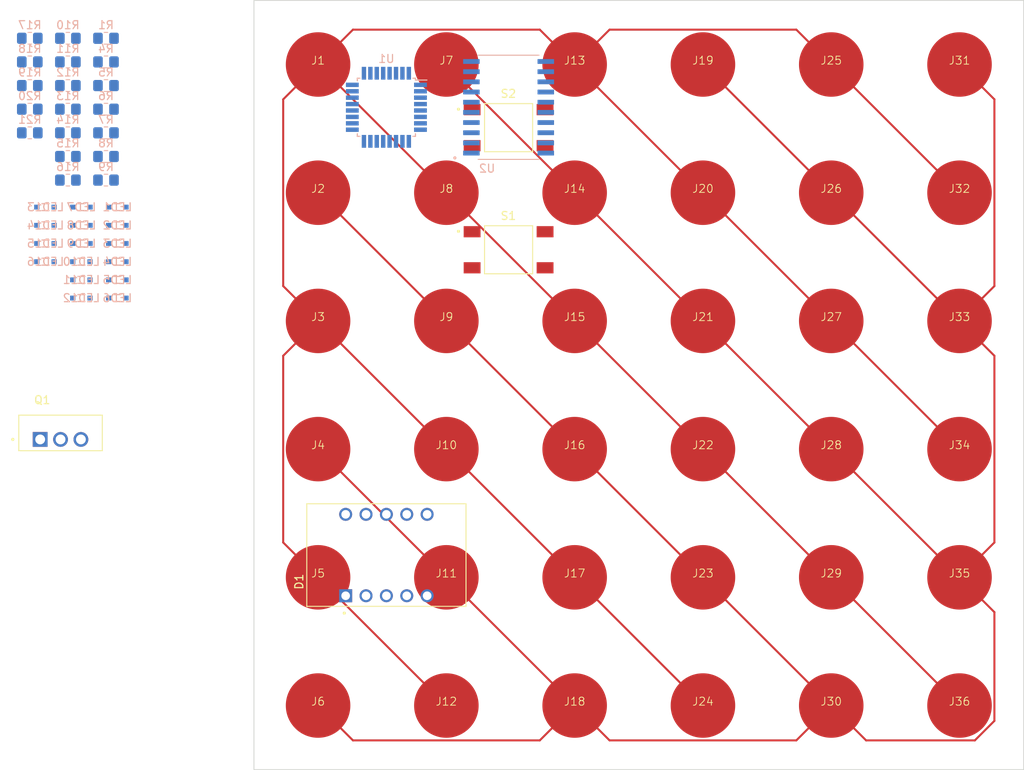
<source format=kicad_pcb>
(kicad_pcb (version 20221018) (generator pcbnew)
  (layers (0 "F.Cu" signal) (31 "B.Cu" signal) (34 "B.Paste" user) (35 "F.Paste" user) (36 "B.SilkS" user "B.Silkscreen") (37 "F.SilkS" user "F.Silkscreen") (38 "B.Mask" user) (39 "F.Mask" user) (44 "Edge.Cuts" user))
  (net 0 "")
  (net 1 "GND")
  (net 2 "VCC")
  (net 3 "+5V")
  (net 4 "RESET")
  (net 5 "CIRCUITBREAKRESET")
  (net 6 "DATA2")
  (net 7 "DATA7")
  (net 10 "DATA4")
  (net 11 "DIGIT1")
  (net 12 "DATA3")
  (net 13 "DATA5")
  (net 14 "DATA6")
  (net 15 "DATA1")
  (net 16 "DIGIT0")
  (net 17 "DATA0")
  (net 18 "Net-(LED1-Pad1)")
  (net 19 "OUTPUT0")
  (net 20 "Net-(LED2-Pad1)")
  (net 23 "CURRENTSENSE")
  (net 24 "OUTPUT1")
  (net 25 "Net-(LED3-Pad1)")
  (net 26 "OUTPUT2")
  (net 27 "MOSFET")
  (net 28 "Net-(LED4-Pad1)")
  (net 29 "OUTPUT3")
  (net 30 "Net-(LED5-Pad1)")
  (net 31 "OUTPUT4")
  (net 32 "Net-(LED6-Pad1)")
  (net 33 "OUTPUT5")
  (net 34 "Net-(LED7-Pad1)")
  (net 35 "OUTPUT6")
  (net 36 "Net-(LED8-Pad1)")
  (net 37 "OUTPUT7")
  (net 38 "Net-(LED9-Pad1)")
  (net 39 "INPUT0")
  (net 40 "Net-(LED10-Pad1)")
  (net 41 "INPUT1")
  (net 42 "Net-(LED11-Pad1)")
  (net 43 "INPUT2")
  (net 44 "Net-(LED12-Pad1)")
  (net 45 "INPUT3")
  (net 46 "Net-(LED13-Pad1)")
  (net 47 "INPUT4")
  (net 48 "Net-(LED14-Pad1)")
  (net 49 "INPUT5")
  (net 50 "Net-(LED15-Pad1)")
  (net 51 "INPUT6")
  (net 52 "Net-(LED16-Pad1)")
  (net 53 "INPUT7")
  (net 54 "DATACLK")
  (footprint "DigitalLogicFootprints:8mm-snap" (layer "F.Cu") (at 88 80)
    (fp_text reference "J3" (at 0 -0.5 unlocked) (layer "F.SilkS") (effects (font (thickness 0.1))))
    (fp_text value "~")
    (pad "1" smd circle locked (at 0 0) (size 8.05 8.05) (layers "F.Cu" "F.Paste" "F.Mask") (net 1 "GND"))
  )
  (footprint "DigitalLogicFootprints:8mm-snap" (layer "F.Cu") (at 168 80)
    (fp_text reference "J33" (at 0 -0.5 unlocked) (layer "F.SilkS") (effects (font (thickness 0.1))))
    (fp_text value "~")
    (pad "1" smd circle locked (at 0 0) (size 8.05 8.05) (layers "F.Cu" "F.Paste" "F.Mask") (net 2 "VCC"))
  )
  (footprint "DigitalLogicFootprints:8mm-snap" (layer "F.Cu") (at 120 48)
    (fp_text reference "J13" (at 0 -0.5 unlocked) (layer "F.SilkS") (effects (font (thickness 0.1))))
    (fp_text value "~")
    (pad "1" smd circle locked (at 0 0) (size 8.05 8.05) (layers "F.Cu" "F.Paste" "F.Mask") (net 1 "GND"))
  )
  (footprint "DigitalLogicFootprints:8mm-snap" (layer "F.Cu") (at 152 112)
    (fp_text reference "J29" (at 0 -0.5 unlocked) (layer "F.SilkS") (effects (font (thickness 0.1))))
    (fp_text value "~")
    (pad "1" smd circle locked (at 0 0) (size 8.05 8.05) (layers "F.Cu" "F.Paste" "F.Mask") (net 1 "GND"))
  )
  (footprint "DigitalLogicFootprints:TO254P1041X444X1930-3" (layer "F.Cu") (at 55.88 93.98)
    (fp_text reference "Q1" (at -2.2825 -4.1075) (layer "F.SilkS"))
    (fp_text value "NMOS")
    (pad "1" thru_hole rect (at -2.54 0.81) (size 1.845 1.845) (drill 1.23) (layers "*.Cu" "*.Mask") (net 3 "+5V"))
    (pad "2" thru_hole circle (at 0 0.81) (size 1.845 1.845) (drill 1.23) (layers "*.Cu" "*.Mask") (net 27 "MOSFET"))
    (pad "3" thru_hole circle (at 2.54 0.81) (size 1.845 1.845) (drill 1.23) (layers "*.Cu" "*.Mask") (net 2 "VCC"))
  )
  (footprint "DigitalLogicFootprints:8mm-snap" (layer "F.Cu") (at 152 80)
    (fp_text reference "J27" (at 0 -0.5 unlocked) (layer "F.SilkS") (effects (font (thickness 0.1))))
    (fp_text value "~")
    (pad "1" smd circle locked (at 0 0) (size 8.05 8.05) (layers "F.Cu" "F.Paste" "F.Mask") (net 1 "GND"))
  )
  (footprint "DigitalLogicFootprints:8mm-snap" (layer "F.Cu") (at 88 64)
    (fp_text reference "J2" (at 0 -0.5 unlocked) (layer "F.SilkS") (effects (font (thickness 0.1))))
    (fp_text value "~")
    (pad "1" smd circle locked (at 0 0) (size 8.05 8.05) (layers "F.Cu" "F.Paste" "F.Mask") (net 2 "VCC"))
  )
  (footprint "DigitalLogicFootprints:8mm-snap" (layer "F.Cu") (at 168 112)
    (fp_text reference "J35" (at 0 -0.5 unlocked) (layer "F.SilkS") (effects (font (thickness 0.1))))
    (fp_text value "~")
    (pad "1" smd circle locked (at 0 0) (size 8.05 8.05) (layers "F.Cu" "F.Paste" "F.Mask") (net 2 "VCC"))
  )
  (footprint "DigitalLogicFootprints:SW_1571527-2" (layer "F.Cu") (at 111.76 55.88)
    (fp_text reference "S2" (at -0.025 -4.235) (layer "F.SilkS"))
    (fp_text value "1571527-2")
    (pad "1" smd rect (at -4.55 -2.25) (size 2.1 1.4) (layers "F.Cu" "F.Paste" "F.Mask") (net 3 "+5V"))
    (pad "2" smd rect (at 4.55 -2.25) (size 2.1 1.4) (layers "F.Cu" "F.Paste" "F.Mask"))
    (pad "3" smd rect (at -4.55 2.25) (size 2.1 1.4) (layers "F.Cu" "F.Paste" "F.Mask") (net 5 "CIRCUITBREAKRESET"))
    (pad "4" smd rect (at 4.55 2.25) (size 2.1 1.4) (layers "F.Cu" "F.Paste" "F.Mask"))
  )
  (footprint "DigitalLogicFootprints:8mm-snap" (layer "F.Cu") (at 120 128)
    (fp_text reference "J18" (at 0 -0.5 unlocked) (layer "F.SilkS") (effects (font (thickness 0.1))))
    (fp_text value "~")
    (pad "1" smd circle locked (at 0 0) (size 8.05 8.05) (layers "F.Cu" "F.Paste" "F.Mask") (net 2 "VCC"))
  )
  (footprint "DigitalLogicFootprints:8mm-snap" (layer "F.Cu") (at 88 128)
    (fp_text reference "J6" (at 0 -0.5 unlocked) (layer "F.SilkS") (effects (font (thickness 0.1))))
    (fp_text value "~")
    (pad "1" smd circle locked (at 0 0) (size 8.05 8.05) (layers "F.Cu" "F.Paste" "F.Mask") (net 2 "VCC"))
  )
  (footprint "DigitalLogicFootprints:8mm-snap" (layer "F.Cu") (at 152 128)
    (fp_text reference "J30" (at 0 -0.5 unlocked) (layer "F.SilkS") (effects (font (thickness 0.1))))
    (fp_text value "~")
    (pad "1" smd circle locked (at 0 0) (size 8.05 8.05) (layers "F.Cu" "F.Paste" "F.Mask") (net 2 "VCC"))
  )
  (footprint "DigitalLogicFootprints:8mm-snap" (layer "F.Cu") (at 168 64)
    (fp_text reference "J32" (at 0 -0.5 unlocked) (layer "F.SilkS") (effects (font (thickness 0.1))))
    (fp_text value "~")
    (pad "1" smd circle locked (at 0 0) (size 8.05 8.05) (layers "F.Cu" "F.Paste" "F.Mask") (net 1 "GND"))
  )
  (footprint "DigitalLogicFootprints:8mm-snap" (layer "F.Cu") (at 152 64)
    (fp_text reference "J26" (at 0 -0.5 unlocked) (layer "F.SilkS") (effects (font (thickness 0.1))))
    (fp_text value "~")
    (pad "1" smd circle locked (at 0 0) (size 8.05 8.05) (layers "F.Cu" "F.Paste" "F.Mask") (net 2 "VCC"))
  )
  (footprint "DigitalLogicFootprints:8mm-snap" (layer "F.Cu") (at 136 96)
    (fp_text reference "J22" (at 0 -0.5 unlocked) (layer "F.SilkS") (effects (font (thickness 0.1))))
    (fp_text value "~")
    (pad "1" smd circle locked (at 0 0) (size 8.05 8.05) (layers "F.Cu" "F.Paste" "F.Mask") (net 1 "GND"))
  )
  (footprint "DigitalLogicFootprints:8mm-snap" (layer "F.Cu") (at 104 80)
    (fp_text reference "J9" (at 0 -0.5 unlocked) (layer "F.SilkS") (effects (font (thickness 0.1))))
    (fp_text value "~")
    (pad "1" smd circle locked (at 0 0) (size 8.05 8.05) (layers "F.Cu" "F.Paste" "F.Mask") (net 2 "VCC"))
  )
  (footprint "DigitalLogicFootprints:8mm-snap" (layer "F.Cu") (at 104 48)
    (fp_text reference "J7" (at 0 -0.5 unlocked) (layer "F.SilkS") (effects (font (thickness 0.1))))
    (fp_text value "~")
    (pad "1" smd circle locked (at 0 0) (size 8.05 8.05) (layers "F.Cu" "F.Paste" "F.Mask") (net 2 "VCC"))
  )
  (footprint "DigitalLogicFootprints:8mm-snap" (layer "F.Cu") (at 168 128)
    (fp_text reference "J36" (at 0 -0.5 unlocked) (layer "F.SilkS") (effects (font (thickness 0.1))))
    (fp_text value "~")
    (pad "1" smd circle locked (at 0 0) (size 8.05 8.05) (layers "F.Cu" "F.Paste" "F.Mask") (net 1 "GND"))
  )
  (footprint "DigitalLogicFootprints:8mm-snap" (layer "F.Cu") (at 168 48)
    (fp_text reference "J31" (at 0 -0.5 unlocked) (layer "F.SilkS") (effects (font (thickness 0.1))))
    (fp_text value "~")
    (pad "1" smd circle locked (at 0 0) (size 8.05 8.05) (layers "F.Cu" "F.Paste" "F.Mask") (net 2 "VCC"))
  )
  (footprint "DigitalLogicFootprints:8mm-snap" (layer "F.Cu") (at 136 80)
    (fp_text reference "J21" (at 0 -0.5 unlocked) (layer "F.SilkS") (effects (font (thickness 0.1))))
    (fp_text value "~")
    (pad "1" smd circle locked (at 0 0) (size 8.05 8.05) (layers "F.Cu" "F.Paste" "F.Mask") (net 2 "VCC"))
  )
  (footprint "DigitalLogicFootprints:8mm-snap" (layer "F.Cu") (at 168 96)
    (fp_text reference "J34" (at 0 -0.5 unlocked) (layer "F.SilkS") (effects (font (thickness 0.1))))
    (fp_text value "~")
    (pad "1" smd circle locked (at 0 0) (size 8.05 8.05) (layers "F.Cu" "F.Paste" "F.Mask") (net 1 "GND"))
  )
  (footprint "DigitalLogicFootprints:8mm-snap" (layer "F.Cu") (at 88 48)
    (fp_text reference "J1" (at 0 -0.5 unlocked) (layer "F.SilkS") (effects (font (thickness 0.1))))
    (fp_text value "~")
    (pad "1" smd circle locked (at 0 0) (size 8.05 8.05) (layers "F.Cu" "F.Paste" "F.Mask") (net 1 "GND"))
  )
  (footprint "DigitalLogicFootprints:8mm-snap" (layer "F.Cu") (at 120 80)
    (fp_text reference "J15" (at 0 -0.5 unlocked) (layer "F.SilkS") (effects (font (thickness 0.1))))
    (fp_text value "~")
    (pad "1" smd circle locked (at 0 0) (size 8.05 8.05) (layers "F.Cu" "F.Paste" "F.Mask") (net 1 "GND"))
  )
  (footprint "DigitalLogicFootprints:8mm-snap" (layer "F.Cu") (at 136 128)
    (fp_text reference "J24" (at 0 -0.5 unlocked) (layer "F.SilkS") (effects (font (thickness 0.1))))
    (fp_text value "~")
    (pad "1" smd circle locked (at 0 0) (size 8.05 8.05) (layers "F.Cu" "F.Paste" "F.Mask") (net 1 "GND"))
  )
  (footprint "DigitalLogicFootprints:8mm-snap" (layer "F.Cu") (at 104 96)
    (fp_text reference "J10" (at 0 -0.5 unlocked) (layer "F.SilkS") (effects (font (thickness 0.1))))
    (fp_text value "~")
    (pad "1" smd circle locked (at 0 0) (size 8.05 8.05) (layers "F.Cu" "F.Paste" "F.Mask") (net 1 "GND"))
  )
  (footprint "DigitalLogicFootprints:LED_LTD-4708G" (layer "F.Cu") (at 96.52 109.22 90)
    (fp_text reference "D1" (at -3.325 -10.885 90) (layer "F.SilkS"))
    (fp_text value "LTD-4708G")
    (pad "1" thru_hole rect (at -5.08 -5.08 90) (size 1.62 1.62) (drill 1.08) (layers "*.Cu" "*.Mask") (net 6 "DATA2"))
    (pad "2" thru_hole circle (at -5.08 -2.54 90) (size 1.62 1.62) (drill 1.08) (layers "*.Cu" "*.Mask") (net 7 "DATA7"))
    (pad "3" thru_hole circle (at -5.08 0 90) (size 1.62 1.62) (drill 1.08) (layers "*.Cu" "*.Mask") (net 10 "DATA4"))
    (pad "4" thru_hole circle (at -5.08 2.54 90) (size 1.62 1.62) (drill 1.08) (layers "*.Cu" "*.Mask") (net 11 "DIGIT1"))
    (pad "5" thru_hole circle (at -5.08 5.08 90) (size 1.62 1.62) (drill 1.08) (layers "*.Cu" "*.Mask") (net 12 "DATA3"))
    (pad "6" thru_hole circle (at 5.08 5.08 90) (size 1.62 1.62) (drill 1.08) (layers "*.Cu" "*.Mask") (net 13 "DATA5"))
    (pad "7" thru_hole circle (at 5.08 2.54 90) (size 1.62 1.62) (drill 1.08) (layers "*.Cu" "*.Mask") (net 14 "DATA6"))
    (pad "8" thru_hole circle (at 5.08 0 90) (size 1.62 1.62) (drill 1.08) (layers "*.Cu" "*.Mask") (net 15 "DATA1"))
    (pad "9" thru_hole circle (at 5.08 -2.54 90) (size 1.62 1.62) (drill 1.08) (layers "*.Cu" "*.Mask") (net 16 "DIGIT0"))
    (pad "10" thru_hole circle (at 5.08 -5.08 90) (size 1.62 1.62) (drill 1.08) (layers "*.Cu" "*.Mask") (net 17 "DATA0"))
  )
  (footprint "DigitalLogicFootprints:SW_1571527-2" (layer "F.Cu") (at 111.76 71.12)
    (fp_text reference "S1" (at -0.025 -4.235) (layer "F.SilkS"))
    (fp_text value "1571527-2")
    (pad "1" smd rect (at -4.55 -2.25) (size 2.1 1.4) (layers "F.Cu" "F.Paste" "F.Mask") (net 3 "+5V"))
    (pad "2" smd rect (at 4.55 -2.25) (size 2.1 1.4) (layers "F.Cu" "F.Paste" "F.Mask"))
    (pad "3" smd rect (at -4.55 2.25) (size 2.1 1.4) (layers "F.Cu" "F.Paste" "F.Mask") (net 4 "RESET"))
    (pad "4" smd rect (at 4.55 2.25) (size 2.1 1.4) (layers "F.Cu" "F.Paste" "F.Mask"))
  )
  (footprint "DigitalLogicFootprints:8mm-snap" (layer "F.Cu") (at 120 112)
    (fp_text reference "J17" (at 0 -0.5 unlocked) (layer "F.SilkS") (effects (font (thickness 0.1))))
    (fp_text value "~")
    (pad "1" smd circle locked (at 0 0) (size 8.05 8.05) (layers "F.Cu" "F.Paste" "F.Mask") (net 1 "GND"))
  )
  (footprint "DigitalLogicFootprints:8mm-snap" (layer "F.Cu") (at 104 64)
    (fp_text reference "J8" (at 0 -0.5 unlocked) (layer "F.SilkS") (effects (font (thickness 0.1))))
    (fp_text value "~")
    (pad "1" smd circle locked (at 0 0) (size 8.05 8.05) (layers "F.Cu" "F.Paste" "F.Mask") (net 1 "GND"))
  )
  (footprint "DigitalLogicFootprints:8mm-snap" (layer "F.Cu") (at 152 96)
    (fp_text reference "J28" (at 0 -0.5 unlocked) (layer "F.SilkS") (effects (font (thickness 0.1))))
    (fp_text value "~")
    (pad "1" smd circle locked (at 0 0) (size 8.05 8.05) (layers "F.Cu" "F.Paste" "F.Mask") (net 2 "VCC"))
  )
  (footprint "DigitalLogicFootprints:8mm-snap" (layer "F.Cu") (at 104 112)
    (fp_text reference "J11" (at 0 -0.5 unlocked) (layer "F.SilkS") (effects (font (thickness 0.1))))
    (fp_text value "~")
    (pad "1" smd circle locked (at 0 0) (size 8.05 8.05) (layers "F.Cu" "F.Paste" "F.Mask") (net 2 "VCC"))
  )
  (footprint "DigitalLogicFootprints:8mm-snap" (layer "F.Cu") (at 136 112)
    (fp_text reference "J23" (at 0 -0.5 unlocked) (layer "F.SilkS") (effects (font (thickness 0.1))))
    (fp_text value "~")
    (pad "1" smd circle locked (at 0 0) (size 8.05 8.05) (layers "F.Cu" "F.Paste" "F.Mask") (net 2 "VCC"))
  )
  (footprint "DigitalLogicFootprints:8mm-snap" (layer "F.Cu") (at 136 64)
    (fp_text reference "J20" (at 0 -0.5 unlocked) (layer "F.SilkS") (effects (font (thickness 0.1))))
    (fp_text value "~")
    (pad "1" smd circle locked (at 0 0) (size 8.05 8.05) (layers "F.Cu" "F.Paste" "F.Mask") (net 1 "GND"))
  )
  (footprint "DigitalLogicFootprints:8mm-snap" (layer "F.Cu") (at 136 48)
    (fp_text reference "J19" (at 0 -0.5 unlocked) (layer "F.SilkS") (effects (font (thickness 0.1))))
    (fp_text value "~")
    (pad "1" smd circle locked (at 0 0) (size 8.05 8.05) (layers "F.Cu" "F.Paste" "F.Mask") (net 2 "VCC"))
  )
  (footprint "DigitalLogicFootprints:8mm-snap" (layer "F.Cu") (at 104 128)
    (fp_text reference "J12" (at 0 -0.5 unlocked) (layer "F.SilkS") (effects (font (thickness 0.1))))
    (fp_text value "~")
    (pad "1" smd circle locked (at 0 0) (size 8.05 8.05) (layers "F.Cu" "F.Paste" "F.Mask") (net 1 "GND"))
  )
  (footprint "DigitalLogicFootprints:8mm-snap" (layer "F.Cu") (at 120 64)
    (fp_text reference "J14" (at 0 -0.5 unlocked) (layer "F.SilkS") (effects (font (thickness 0.1))))
    (fp_text value "~")
    (pad "1" smd circle locked (at 0 0) (size 8.05 8.05) (layers "F.Cu" "F.Paste" "F.Mask") (net 2 "VCC"))
  )
  (footprint "DigitalLogicFootprints:8mm-snap" (layer "F.Cu") (at 88 112)
    (fp_text reference "J5" (at 0 -0.5 unlocked) (layer "F.SilkS") (effects (font (thickness 0.1))))
    (fp_text value "~")
    (pad "1" smd circle locked (at 0 0) (size 8.05 8.05) (layers "F.Cu" "F.Paste" "F.Mask") (net 1 "GND"))
  )
  (footprint "DigitalLogicFootprints:8mm-snap" (layer "F.Cu") (at 88 96)
    (fp_text reference "J4" (at 0 -0.5 unlocked) (layer "F.SilkS") (effects (font (thickness 0.1))))
    (fp_text value "~")
    (pad "1" smd circle locked (at 0 0) (size 8.05 8.05) (layers "F.Cu" "F.Paste" "F.Mask") (net 2 "VCC"))
  )
  (footprint "DigitalLogicFootprints:8mm-snap" (layer "F.Cu") (at 152 48)
    (fp_text reference "J25" (at 0 -0.5 unlocked) (layer "F.SilkS") (effects (font (thickness 0.1))))
    (fp_text value "~")
    (pad "1" smd circle locked (at 0 0) (size 8.05 8.05) (layers "F.Cu" "F.Paste" "F.Mask") (net 1 "GND"))
  )
  (footprint "DigitalLogicFootprints:8mm-snap" (layer "F.Cu") (at 120 96)
    (fp_text reference "J16" (at 0 -0.5 unlocked) (layer "F.SilkS") (effects (font (thickness 0.1))))
    (fp_text value "~")
    (pad "1" smd circle locked (at 0 0) (size 8.05 8.05) (layers "F.Cu" "F.Paste" "F.Mask") (net 2 "VCC"))
  )
  (footprint "Resistor_SMD:R_0805_2012Metric_Pad1.20x1.40mm_HandSolder" (layer "B.Cu") (at 61.5469 53.5775 180)
    (fp_text reference "R6" (at 0 1.65) (layer "B.SilkS") (effects (justify mirror)))
    (fp_text value "510")
    (pad "1" smd roundrect (at -1 0 180) (size 1.2 1.4) (layers "B.Cu" "B.Paste" "B.Mask") (roundrect_rratio 0.208333) (net 1 "GND"))
    (pad "2" smd roundrect (at 1 0 180) (size 1.2 1.4) (layers "B.Cu" "B.Paste" "B.Mask") (roundrect_rratio 0.208333) (net 25 "Net-(LED3-Pad1)"))
  )
  (footprint "DigitalLogicFootprints:LED_LTST-S220GKT_LTO" (layer "B.Cu") (at 58.4822 72.6075 180)
    (fp_text reference "LED10" (at 0 0 unlocked) (layer "B.SilkS") (effects (justify mirror)))
    (fp_text value "LTST-S220GKT")
    (pad "1" smd rect (at -1.0795 0 180) (size 0.6604 0.6096) (layers "B.Cu" "B.Paste" "B.Mask") (net 40 "Net-(LED10-Pad1)"))
    (pad "2" smd rect (at 1.0795 0 180) (size 0.6604 0.6096) (layers "B.Cu" "B.Paste" "B.Mask") (net 41 "INPUT1"))
  )
  (footprint "Resistor_SMD:R_0805_2012Metric_Pad1.20x1.40mm_HandSolder" (layer "B.Cu") (at 61.5469 50.6275 180)
    (fp_text reference "R5" (at 0 1.65) (layer "B.SilkS") (effects (justify mirror)))
    (fp_text value "510")
    (pad "1" smd roundrect (at -1 0 180) (size 1.2 1.4) (layers "B.Cu" "B.Paste" "B.Mask") (roundrect_rratio 0.208333) (net 1 "GND"))
    (pad "2" smd roundrect (at 1 0 180) (size 1.2 1.4) (layers "B.Cu" "B.Paste" "B.Mask") (roundrect_rratio 0.208333) (net 20 "Net-(LED2-Pad1)"))
  )
  (footprint "DigitalLogicFootprints:LED_LTST-S220GKT_LTO" (layer "B.Cu") (at 58.4822 77.1475 180)
    (fp_text reference "LED12" (at 0 0 unlocked) (layer "B.SilkS") (effects (justify mirror)))
    (fp_text value "LTST-S220GKT")
    (pad "1" smd rect (at -1.0795 0 180) (size 0.6604 0.6096) (layers "B.Cu" "B.Paste" "B.Mask") (net 44 "Net-(LED12-Pad1)"))
    (pad "2" smd rect (at 1.0795 0 180) (size 0.6604 0.6096) (layers "B.Cu" "B.Paste" "B.Mask") (net 45 "INPUT3"))
  )
  (footprint "Resistor_SMD:R_0805_2012Metric_Pad1.20x1.40mm_HandSolder" (layer "B.Cu") (at 61.5469 56.5275 180)
    (fp_text reference "R7" (at 0 1.65) (layer "B.SilkS") (effects (justify mirror)))
    (fp_text value "510")
    (pad "1" smd roundrect (at -1 0 180) (size 1.2 1.4) (layers "B.Cu" "B.Paste" "B.Mask") (roundrect_rratio 0.208333) (net 1 "GND"))
    (pad "2" smd roundrect (at 1 0 180) (size 1.2 1.4) (layers "B.Cu" "B.Paste" "B.Mask") (roundrect_rratio 0.208333) (net 28 "Net-(LED4-Pad1)"))
  )
  (footprint "Resistor_SMD:R_0805_2012Metric_Pad1.20x1.40mm_HandSolder" (layer "B.Cu") (at 56.7969 56.5275 180)
    (fp_text reference "R14" (at 0 1.65) (layer "B.SilkS") (effects (justify mirror)))
    (fp_text value "510")
    (pad "1" smd roundrect (at -1 0 180) (size 1.2 1.4) (layers "B.Cu" "B.Paste" "B.Mask") (roundrect_rratio 0.208333) (net 1 "GND"))
    (pad "2" smd roundrect (at 1 0 180) (size 1.2 1.4) (layers "B.Cu" "B.Paste" "B.Mask") (roundrect_rratio 0.208333) (net 42 "Net-(LED11-Pad1)"))
  )
  (footprint "DigitalLogicFootprints:LED_LTST-S220GKT_LTO" (layer "B.Cu") (at 62.962 77.1475 180)
    (fp_text reference "LED6" (at 0 0 unlocked) (layer "B.SilkS") (effects (justify mirror)))
    (fp_text value "LTST-S220GKT")
    (pad "1" smd rect (at -1.0795 0 180) (size 0.6604 0.6096) (layers "B.Cu" "B.Paste" "B.Mask") (net 32 "Net-(LED6-Pad1)"))
    (pad "2" smd rect (at 1.0795 0 180) (size 0.6604 0.6096) (layers "B.Cu" "B.Paste" "B.Mask") (net 33 "OUTPUT5"))
  )
  (footprint "DigitalLogicFootprints:LED_LTST-S220GKT_LTO" (layer "B.Cu") (at 54.0024 70.3375 180)
    (fp_text reference "LED15" (at 0 0 unlocked) (layer "B.SilkS") (effects (justify mirror)))
    (fp_text value "LTST-S220GKT")
    (pad "1" smd rect (at -1.0795 0 180) (size 0.6604 0.6096) (layers "B.Cu" "B.Paste" "B.Mask") (net 50 "Net-(LED15-Pad1)"))
    (pad "2" smd rect (at 1.0795 0 180) (size 0.6604 0.6096) (layers "B.Cu" "B.Paste" "B.Mask") (net 51 "INPUT6"))
  )
  (footprint "Resistor_SMD:R_0805_2012Metric_Pad1.20x1.40mm_HandSolder" (layer "B.Cu") (at 56.7969 53.5775 180)
    (fp_text reference "R13" (at 0 1.65) (layer "B.SilkS") (effects (justify mirror)))
    (fp_text value "510")
    (pad "1" smd roundrect (at -1 0 180) (size 1.2 1.4) (layers "B.Cu" "B.Paste" "B.Mask") (roundrect_rratio 0.208333) (net 1 "GND"))
    (pad "2" smd roundrect (at 1 0 180) (size 1.2 1.4) (layers "B.Cu" "B.Paste" "B.Mask") (roundrect_rratio 0.208333) (net 40 "Net-(LED10-Pad1)"))
  )
  (footprint "Resistor_SMD:R_0805_2012Metric_Pad1.20x1.40mm_HandSolder" (layer "B.Cu") (at 56.7969 47.6775 180)
    (fp_text reference "R11" (at 0 1.65) (layer "B.SilkS") (effects (justify mirror)))
    (fp_text value "510")
    (pad "1" smd roundrect (at -1 0 180) (size 1.2 1.4) (layers "B.Cu" "B.Paste" "B.Mask") (roundrect_rratio 0.208333) (net 1 "GND"))
    (pad "2" smd roundrect (at 1 0 180) (size 1.2 1.4) (layers "B.Cu" "B.Paste" "B.Mask") (roundrect_rratio 0.208333) (net 36 "Net-(LED8-Pad1)"))
  )
  (footprint "Resistor_SMD:R_0805_2012Metric_Pad1.20x1.40mm_HandSolder" (layer "B.Cu") (at 52.0469 50.6275 180)
    (fp_text reference "R19" (at 0 1.65) (layer "B.SilkS") (effects (justify mirror)))
    (fp_text value "510")
    (pad "1" smd roundrect (at -1 0 180) (size 1.2 1.4) (layers "B.Cu" "B.Paste" "B.Mask") (roundrect_rratio 0.208333) (net 1 "GND"))
    (pad "2" smd roundrect (at 1 0 180) (size 1.2 1.4) (layers "B.Cu" "B.Paste" "B.Mask") (roundrect_rratio 0.208333) (net 52 "Net-(LED16-Pad1)"))
  )
  (footprint "Package_QFP:TQFP-32_7x7mm_P0.8mm" (layer "B.Cu") (at 96.52 53.34 180)
    (fp_text reference "U1" (at 0 6.05) (layer "B.SilkS") (effects (justify mirror)))
    (fp_text value "ATmega88PB-A")
    (pad "1" smd rect (at -4.25 2.8 180) (size 1.6 0.55) (layers "B.Cu" "B.Paste" "B.Mask") (net 45 "INPUT3"))
    (pad "2" smd rect (at -4.25 2 180) (size 1.6 0.55) (layers "B.Cu" "B.Paste" "B.Mask") (net 47 "INPUT4"))
    (pad "3" smd rect (at -4.25 1.2 180) (size 1.6 0.55) (layers "B.Cu" "B.Paste" "B.Mask"))
    (pad "4" smd rect (at -4.25 0.4 180) (size 1.6 0.55) (layers "B.Cu" "B.Paste" "B.Mask") (net 3 "+5V"))
    (pad "5" smd rect (at -4.25 -0.4 180) (size 1.6 0.55) (layers "B.Cu" "B.Paste" "B.Mask") (net 1 "GND"))
    (pad "6" smd rect (at -4.25 -1.2 180) (size 1.6 0.55) (layers "B.Cu" "B.Paste" "B.Mask"))
    (pad "7" smd rect (at -4.25 -2 180) (size 1.6 0.55) (layers "B.Cu" "B.Paste" "B.Mask") (net 14 "DATA6"))
    (pad "8" smd rect (at -4.25 -2.8 180) (size 1.6 0.55) (layers "B.Cu" "B.Paste" "B.Mask") (net 7 "DATA7"))
    (pad "9" smd rect (at -2.8 -4.25 90) (size 1.6 0.55) (layers "B.Cu" "B.Paste" "B.Mask") (net 49 "INPUT5"))
    (pad "10" smd rect (at -2 -4.25 90) (size 1.6 0.55) (layers "B.Cu" "B.Paste" "B.Mask") (net 51 "INPUT6"))
    (pad "11" smd rect (at -1.2 -4.25 90) (size 1.6 0.55) (layers "B.Cu" "B.Paste" "B.Mask") (net 53 "INPUT7"))
    (pad "12" smd rect (at -0.4 -4.25 90) (size 1.6 0.55) (layers "B.Cu" "B.Paste" "B.Mask") (net 17 "DATA0"))
    (pad "13" smd rect (at 0.4 -4.25 90) (size 1.6 0.55) (layers "B.Cu" "B.Paste" "B.Mask") (net 15 "DATA1"))
    (pad "14" smd rect (at 1.2 -4.25 90) (size 1.6 0.55) (layers "B.Cu" "B.Paste" "B.Mask") (net 6 "DATA2"))
    (pad "15" smd rect (at 2 -4.25 90) (size 1.6 0.55) (layers "B.Cu" "B.Paste" "B.Mask") (net 12 "DATA3"))
    (pad "16" smd rect (at 2.8 -4.25 90) (size 1.6 0.55) (layers "B.Cu" "B.Paste" "B.Mask") (net 10 "DATA4"))
    (pad "17" smd rect (at 4.25 -2.8 180) (size 1.6 0.55) (layers "B.Cu" "B.Paste" "B.Mask") (net 13 "DATA5"))
    (pad "18" smd rect (at 4.25 -2 180) (size 1.6 0.55) (layers "B.Cu" "B.Paste" "B.Mask") (net 3 "+5V"))
    (pad "19" smd rect (at 4.25 -1.2 180) (size 1.6 0.55) (layers "B.Cu" "B.Paste" "B.Mask"))
    (pad "20" smd rect (at 4.25 -0.4 180) (size 1.6 0.55) (layers "B.Cu" "B.Paste" "B.Mask") (net 3 "+5V"))
    (pad "21" smd rect (at 4.25 0.4 180) (size 1.6 0.55) (layers "B.Cu" "B.Paste" "B.Mask") (net 1 "GND"))
    (pad "22" smd rect (at 4.25 1.2 180) (size 1.6 0.55) (layers "B.Cu" "B.Paste" "B.Mask"))
    (pad "23" smd rect (at 4.25 2 180) (size 1.6 0.55) (layers "B.Cu" "B.Paste" "B.Mask") (net 23 "CURRENTSENSE"))
    (pad "24" smd rect (at 4.25 2.8 180) (size 1.6 0.55) (layers "B.Cu" "B.Paste" "B.Mask") (net 27 "MOSFET"))
    (pad "25" smd rect (at 2.8 4.25 90) (size 1.6 0.55) (layers "B.Cu" "B.Paste" "B.Mask") (net 54 "DATACLK"))
    (pad "26" smd rect (at 2 4.25 90) (size 1.6 0.55) (layers "B.Cu" "B.Paste" "B.Mask") (net 16 "DIGIT0"))
    (pad "27" smd rect (at 1.2 4.25 90) (size 1.6 0.55) (layers "B.Cu" "B.Paste" "B.Mask") (net 11 "DIGIT1"))
    (pad "28" smd rect (at 0.4 4.25 90) (size 1.6 0.55) (layers "B.Cu" "B.Paste" "B.Mask"))
    (pad "29" smd rect (at -0.4 4.25 90) (size 1.6 0.55) (layers "B.Cu" "B.Paste" "B.Mask") (net 4 "RESET"))
    (pad "30" smd rect (at -1.2 4.25 90) (size 1.6 0.55) (layers "B.Cu" "B.Paste" "B.Mask") (net 39 "INPUT0"))
    (pad "31" smd rect (at -2 4.25 90) (size 1.6 0.55) (layers "B.Cu" "B.Paste" "B.Mask") (net 41 "INPUT1"))
    (pad "32" smd rect (at -2.8 4.25 90) (size 1.6 0.55) (layers "B.Cu" "B.Paste" "B.Mask") (net 43 "INPUT2"))
  )
  (footprint "Resistor_SMD:R_0805_2012Metric_Pad1.20x1.40mm_HandSolder" (layer "B.Cu") (at 56.7969 62.4275 180)
    (fp_text reference "R16" (at 0 1.65) (layer "B.SilkS") (effects (justify mirror)))
    (fp_text value "510")
    (pad "1" smd roundrect (at -1 0 180) (size 1.2 1.4) (layers "B.Cu" "B.Paste" "B.Mask") (roundrect_rratio 0.208333) (net 1 "GND"))
    (pad "2" smd roundrect (at 1 0 180) (size 1.2 1.4) (layers "B.Cu" "B.Paste" "B.Mask") (roundrect_rratio 0.208333) (net 46 "Net-(LED13-Pad1)"))
  )
  (footprint "Resistor_SMD:R_0805_2012Metric_Pad1.20x1.40mm_HandSolder" (layer "B.Cu") (at 61.5469 47.6775 180)
    (fp_text reference "R4" (at 0 1.65) (layer "B.SilkS") (effects (justify mirror)))
    (fp_text value "510")
    (pad "1" smd roundrect (at -1 0 180) (size 1.2 1.4) (layers "B.Cu" "B.Paste" "B.Mask") (roundrect_rratio 0.208333) (net 1 "GND"))
    (pad "2" smd roundrect (at 1 0 180) (size 1.2 1.4) (layers "B.Cu" "B.Paste" "B.Mask") (roundrect_rratio 0.208333) (net 18 "Net-(LED1-Pad1)"))
  )
  (footprint "DigitalLogicFootprints:LED_LTST-S220GKT_LTO" (layer "B.Cu") (at 62.962 65.7975 180)
    (fp_text reference "LED1" (at 0 0 unlocked) (layer "B.SilkS") (effects (justify mirror)))
    (fp_text value "LTST-S220GKT")
    (pad "1" smd rect (at -1.0795 0 180) (size 0.6604 0.6096) (layers "B.Cu" "B.Paste" "B.Mask") (net 18 "Net-(LED1-Pad1)"))
    (pad "2" smd rect (at 1.0795 0 180) (size 0.6604 0.6096) (layers "B.Cu" "B.Paste" "B.Mask") (net 19 "OUTPUT0"))
  )
  (footprint "DigitalLogicFootprints:LED_LTST-S220GKT_LTO" (layer "B.Cu") (at 62.962 68.0675 180)
    (fp_text reference "LED2" (at 0 0 unlocked) (layer "B.SilkS") (effects (justify mirror)))
    (fp_text value "LTST-S220GKT")
    (pad "1" smd rect (at -1.0795 0 180) (size 0.6604 0.6096) (layers "B.Cu" "B.Paste" "B.Mask") (net 20 "Net-(LED2-Pad1)"))
    (pad "2" smd rect (at 1.0795 0 180) (size 0.6604 0.6096) (layers "B.Cu" "B.Paste" "B.Mask") (net 24 "OUTPUT1"))
  )
  (footprint "DigitalLogicFootprints:SOIC127P1030X265-20N" (layer "B.Cu") (at 111.76 53.34)
    (fp_text reference "U2" (at -2.685 7.635) (layer "B.SilkS") (effects (justify mirror)))
    (fp_text value "SN74HC574DWR")
    (pad "1" smd roundrect (at -4.64 5.715) (size 2.06 0.6) (layers "B.Cu" "B.Paste" "B.Mask") (roundrect_rratio 0.07) (net 2 "VCC"))
    (pad "2" smd roundrect (at -4.64 4.445) (size 2.06 0.6) (layers "B.Cu" "B.Paste" "B.Mask") (roundrect_rratio 0.07) (net 17 "DATA0"))
    (pad "3" smd roundrect (at -4.64 3.175) (size 2.06 0.6) (layers "B.Cu" "B.Paste" "B.Mask") (roundrect_rratio 0.07) (net 15 "DATA1"))
    (pad "4" smd roundrect (at -4.64 1.905) (size 2.06 0.6) (layers "B.Cu" "B.Paste" "B.Mask") (roundrect_rratio 0.07) (net 6 "DATA2"))
    (pad "5" smd roundrect (at -4.64 0.635) (size 2.06 0.6) (layers "B.Cu" "B.Paste" "B.Mask") (roundrect_rratio 0.07) (net 12 "DATA3"))
    (pad "6" smd roundrect (at -4.64 -0.635) (size 2.06 0.6) (layers "B.Cu" "B.Paste" "B.Mask") (roundrect_rratio 0.07) (net 10 "DATA4"))
    (pad "7" smd roundrect (at -4.64 -1.905) (size 2.06 0.6) (layers "B.Cu" "B.Paste" "B.Mask") (roundrect_rratio 0.07) (net 13 "DATA5"))
    (pad "8" smd roundrect (at -4.64 -3.175) (size 2.06 0.6) (layers "B.Cu" "B.Paste" "B.Mask") (roundrect_rratio 0.07) (net 14 "DATA6"))
    (pad "9" smd roundrect (at -4.64 -4.445) (size 2.06 0.6) (layers "B.Cu" "B.Paste" "B.Mask") (roundrect_rratio 0.07) (net 7 "DATA7"))
    (pad "10" smd roundrect (at -4.64 -5.715) (size 2.06 0.6) (layers "B.Cu" "B.Paste" "B.Mask") (roundrect_rratio 0.07) (net 1 "GND"))
    (pad "11" smd roundrect (at 4.64 -5.715) (size 2.06 0.6) (layers "B.Cu" "B.Paste" "B.Mask") (roundrect_rratio 0.07) (net 54 "DATACLK"))
    (pad "12" smd roundrect (at 4.64 -4.445) (size 2.06 0.6) (layers "B.Cu" "B.Paste" "B.Mask") (roundrect_rratio 0.07) (net 37 "OUTPUT7"))
    (pad "13" smd roundrect (at 4.64 -3.175) (size 2.06 0.6) (layers "B.Cu" "B.Paste" "B.Mask") (roundrect_rratio 0.07) (net 35 "OUTPUT6"))
    (pad "14" smd roundrect (at 4.64 -1.905) (size 2.06 0.6) (layers "B.Cu" "B.Paste" "B.Mask") (roundrect_rratio 0.07) (net 33 "OUTPUT5"))
    (pad "15" smd roundrect (at 4.64 -0.635) (size 2.06 0.6) (layers "B.Cu" "B.Paste" "B.Mask") (roundrect_rratio 0.07) (net 31 "OUTPUT4"))
    (pad "16" smd roundrect (at 4.64 0.635) (size 2.06 0.6) (layers "B.Cu" "B.Paste" "B.Mask") (roundrect_rratio 0.07) (net 29 "OUTPUT3"))
    (pad "17" smd roundrect (at 4.64 1.905) (size 2.06 0.6) (layers "B.Cu" "B.Paste" "B.Mask") (roundrect_rratio 0.07) (net 26 "OUTPUT2"))
    (pad "18" smd roundrect (at 4.64 3.175) (size 2.06 0.6) (layers "B.Cu" "B.Paste" "B.Mask") (roundrect_rratio 0.07) (net 24 "OUTPUT1"))
    (pad "19" smd roundrect (at 4.64 4.445) (size 2.06 0.6) (layers "B.Cu" "B.Paste" "B.Mask") (roundrect_rratio 0.07) (net 19 "OUTPUT0"))
    (pad "20" smd roundrect (at 4.64 5.715) (size 2.06 0.6) (layers "B.Cu" "B.Paste" "B.Mask") (roundrect_rratio 0.07) (net 2 "VCC"))
  )
  (footprint "DigitalLogicFootprints:LED_LTST-S220GKT_LTO" (layer "B.Cu") (at 58.4822 65.7975 180)
    (fp_text reference "LED7" (at 0 0 unlocked) (layer "B.SilkS") (effects (justify mirror)))
    (fp_text value "LTST-S220GKT")
    (pad "1" smd rect (at -1.0795 0 180) (size 0.6604 0.6096) (layers "B.Cu" "B.Paste" "B.Mask") (net 34 "Net-(LED7-Pad1)"))
    (pad "2" smd rect (at 1.0795 0 180) (size 0.6604 0.6096) (layers "B.Cu" "B.Paste" "B.Mask") (net 35 "OUTPUT6"))
  )
  (footprint "DigitalLogicFootprints:LED_LTST-S220GKT_LTO" (layer "B.Cu") (at 54.0024 72.6075 180)
    (fp_text reference "LED16" (at 0 0 unlocked) (layer "B.SilkS") (effects (justify mirror)))
    (fp_text value "LTST-S220GKT")
    (pad "1" smd rect (at -1.0795 0 180) (size 0.6604 0.6096) (layers "B.Cu" "B.Paste" "B.Mask") (net 52 "Net-(LED16-Pad1)"))
    (pad "2" smd rect (at 1.0795 0 180) (size 0.6604 0.6096) (layers "B.Cu" "B.Paste" "B.Mask") (net 53 "INPUT7"))
  )
  (footprint "DigitalLogicFootprints:LED_LTST-S220GKT_LTO" (layer "B.Cu") (at 58.4822 74.8775 180)
    (fp_text reference "LED11" (at 0 0 unlocked) (layer "B.SilkS") (effects (justify mirror)))
    (fp_text value "LTST-S220GKT")
    (pad "1" smd rect (at -1.0795 0 180) (size 0.6604 0.6096) (layers "B.Cu" "B.Paste" "B.Mask") (net 42 "Net-(LED11-Pad1)"))
    (pad "2" smd rect (at 1.0795 0 180) (size 0.6604 0.6096) (layers "B.Cu" "B.Paste" "B.Mask") (net 43 "INPUT2"))
  )
  (footprint "Resistor_SMD:R_0805_2012Metric_Pad1.20x1.40mm_HandSolder" (layer "B.Cu") (at 61.5469 59.4775 180)
    (fp_text reference "R8" (at 0 1.65) (layer "B.SilkS") (effects (justify mirror)))
    (fp_text value "510")
    (pad "1" smd roundrect (at -1 0 180) (size 1.2 1.4) (layers "B.Cu" "B.Paste" "B.Mask") (roundrect_rratio 0.208333) (net 1 "GND"))
    (pad "2" smd roundrect (at 1 0 180) (size 1.2 1.4) (layers "B.Cu" "B.Paste" "B.Mask") (roundrect_rratio 0.208333) (net 30 "Net-(LED5-Pad1)"))
  )
  (footprint "DigitalLogicFootprints:LED_LTST-S220GKT_LTO" (layer "B.Cu") (at 62.962 72.6075 180)
    (fp_text reference "LED4" (at 0 0 unlocked) (layer "B.SilkS") (effects (justify mirror)))
    (fp_text value "LTST-S220GKT")
    (pad "1" smd rect (at -1.0795 0 180) (size 0.6604 0.6096) (layers "B.Cu" "B.Paste" "B.Mask") (net 28 "Net-(LED4-Pad1)"))
    (pad "2" smd rect (at 1.0795 0 180) (size 0.6604 0.6096) (layers "B.Cu" "B.Paste" "B.Mask") (net 29 "OUTPUT3"))
  )
  (footprint "Resistor_SMD:R_0805_2012Metric_Pad1.20x1.40mm_HandSolder" (layer "B.Cu") (at 56.7969 59.4775 180)
    (fp_text reference "R15" (at 0 1.65) (layer "B.SilkS") (effects (justify mirror)))
    (fp_text value "510")
    (pad "1" smd roundrect (at -1 0 180) (size 1.2 1.4) (layers "B.Cu" "B.Paste" "B.Mask") (roundrect_rratio 0.208333) (net 1 "GND"))
    (pad "2" smd roundrect (at 1 0 180) (size 1.2 1.4) (layers "B.Cu" "B.Paste" "B.Mask") (roundrect_rratio 0.208333) (net 44 "Net-(LED12-Pad1)"))
  )
  (footprint "Resistor_SMD:R_0805_2012Metric_Pad1.20x1.40mm_HandSolder" (layer "B.Cu") (at 61.5469 62.4275 180)
    (fp_text reference "R9" (at 0 1.65) (layer "B.SilkS") (effects (justify mirror)))
    (fp_text value "510")
    (pad "1" smd roundrect (at -1 0 180) (size 1.2 1.4) (layers "B.Cu" "B.Paste" "B.Mask") (roundrect_rratio 0.208333) (net 1 "GND"))
    (pad "2" smd roundrect (at 1 0 180) (size 1.2 1.4) (layers "B.Cu" "B.Paste" "B.Mask") (roundrect_rratio 0.208333) (net 32 "Net-(LED6-Pad1)"))
  )
  (footprint "Resistor_SMD:R_0805_2012Metric_Pad1.20x1.40mm_HandSolder" (layer "B.Cu") (at 52.0469 56.5275 180)
    (fp_text reference "R21" (at 0 1.65) (layer "B.SilkS") (effects (justify mirror)))
    (fp_text value "510")
    (pad "1" smd roundrect (at -1 0 180) (size 1.2 1.4) (layers "B.Cu" "B.Paste" "B.Mask") (roundrect_rratio 0.208333) (net 1 "GND"))
    (pad "2" smd roundrect (at 1 0 180) (size 1.2 1.4) (layers "B.Cu" "B.Paste" "B.Mask") (roundrect_rratio 0.208333) (net 4 "RESET"))
  )
  (footprint "Resistor_SMD:R_0805_2012Metric_Pad1.20x1.40mm_HandSolder" (layer "B.Cu") (at 52.0469 44.7275 180)
    (fp_text reference "R17" (at 0 1.65) (layer "B.SilkS") (effects (justify mirror)))
    (fp_text value "510")
    (pad "1" smd roundrect (at -1 0 180) (size 1.2 1.4) (layers "B.Cu" "B.Paste" "B.Mask") (roundrect_rratio 0.208333) (net 1 "GND"))
    (pad "2" smd roundrect (at 1 0 180) (size 1.2 1.4) (layers "B.Cu" "B.Paste" "B.Mask") (roundrect_rratio 0.208333) (net 48 "Net-(LED14-Pad1)"))
  )
  (footprint "DigitalLogicFootprints:LED_LTST-S220GKT_LTO" (layer "B.Cu") (at 58.4822 68.0675 180)
    (fp_text reference "LED8" (at 0 0 unlocked) (layer "B.SilkS") (effects (justify mirror)))
    (fp_text value "LTST-S220GKT")
    (pad "1" smd rect (at -1.0795 0 180) (size 0.6604 0.6096) (layers "B.Cu" "B.Paste" "B.Mask") (net 36 "Net-(LED8-Pad1)"))
    (pad "2" smd rect (at 1.0795 0 180) (size 0.6604 0.6096) (layers "B.Cu" "B.Paste" "B.Mask") (net 37 "OUTPUT7"))
  )
  (footprint "DigitalLogicFootprints:LED_LTST-S220GKT_LTO" (layer "B.Cu") (at 62.962 74.8775 180)
    (fp_text reference "LED5" (at 0 0 unlocked) (layer "B.SilkS") (effects (justify mirror)))
    (fp_text value "LTST-S220GKT")
    (pad "1" smd rect (at -1.0795 0 180) (size 0.6604 0.6096) (layers "B.Cu" "B.Paste" "B.Mask") (net 30 "Net-(LED5-Pad1)"))
    (pad "2" smd rect (at 1.0795 0 180) (size 0.6604 0.6096) (layers "B.Cu" "B.Paste" "B.Mask") (net 31 "OUTPUT4"))
  )
  (footprint "Resistor_SMD:R_0805_2012Metric_Pad1.20x1.40mm_HandSolder" (layer "B.Cu") (at 61.5469 44.7275 180)
    (fp_text reference "R1" (at 0 1.65) (layer "B.SilkS") (effects (justify mirror)))
    (fp_text value "510")
    (pad "1" smd roundrect (at -1 0 180) (size 1.2 1.4) (layers "B.Cu" "B.Paste" "B.Mask") (roundrect_rratio 0.208333) (net 2 "VCC"))
    (pad "2" smd roundrect (at 1 0 180) (size 1.2 1.4) (layers "B.Cu" "B.Paste" "B.Mask") (roundrect_rratio 0.208333) (net 23 "CURRENTSENSE"))
  )
  (footprint "Resistor_SMD:R_0805_2012Metric_Pad1.20x1.40mm_HandSolder" (layer "B.Cu") (at 56.7969 50.6275 180)
    (fp_text reference "R12" (at 0 1.65) (layer "B.SilkS") (effects (justify mirror)))
    (fp_text value "510")
    (pad "1" smd roundrect (at -1 0 180) (size 1.2 1.4) (layers "B.Cu" "B.Paste" "B.Mask") (roundrect_rratio 0.208333) (net 1 "GND"))
    (pad "2" smd roundrect (at 1 0 180) (size 1.2 1.4) (layers "B.Cu" "B.Paste" "B.Mask") (roundrect_rratio 0.208333) (net 38 "Net-(LED9-Pad1)"))
  )
  (footprint "Resistor_SMD:R_0805_2012Metric_Pad1.20x1.40mm_HandSolder" (layer "B.Cu") (at 52.0469 53.5775 180)
    (fp_text reference "R20" (at 0 1.65) (layer "B.SilkS") (effects (justify mirror)))
    (fp_text value "510")
    (pad "1" smd roundrect (at -1 0 180) (size 1.2 1.4) (layers "B.Cu" "B.Paste" "B.Mask") (roundrect_rratio 0.208333) (net 1 "GND"))
    (pad "2" smd roundrect (at 1 0 180) (size 1.2 1.4) (layers "B.Cu" "B.Paste" "B.Mask") (roundrect_rratio 0.208333) (net 5 "CIRCUITBREAKRESET"))
  )
  (footprint "Resistor_SMD:R_0805_2012Metric_Pad1.20x1.40mm_HandSolder" (layer "B.Cu") (at 52.0469 47.6775 180)
    (fp_text reference "R18" (at 0 1.65) (layer "B.SilkS") (effects (justify mirror)))
    (fp_text value "510")
    (pad "1" smd roundrect (at -1 0 180) (size 1.2 1.4) (layers "B.Cu" "B.Paste" "B.Mask") (roundrect_rratio 0.208333) (net 1 "GND"))
    (pad "2" smd roundrect (at 1 0 180) (size 1.2 1.4) (layers "B.Cu" "B.Paste" "B.Mask") (roundrect_rratio 0.208333) (net 50 "Net-(LED15-Pad1)"))
  )
  (footprint "DigitalLogicFootprints:LED_LTST-S220GKT_LTO" (layer "B.Cu") (at 54.0024 68.0675 180)
    (fp_text reference "LED14" (at 0 0 unlocked) (layer "B.SilkS") (effects (justify mirror)))
    (fp_text value "LTST-S220GKT")
    (pad "1" smd rect (at -1.0795 0 180) (size 0.6604 0.6096) (layers "B.Cu" "B.Paste" "B.Mask") (net 48 "Net-(LED14-Pad1)"))
    (pad "2" smd rect (at 1.0795 0 180) (size 0.6604 0.6096) (layers "B.Cu" "B.Paste" "B.Mask") (net 49 "INPUT5"))
  )
  (footprint "DigitalLogicFootprints:LED_LTST-S220GKT_LTO" (layer "B.Cu") (at 58.4822 70.3375 180)
    (fp_text reference "LED9" (at 0 0 unlocked) (layer "B.SilkS") (effects (justify mirror)))
    (fp_text value "LTST-S220GKT")
    (pad "1" smd rect (at -1.0795 0 180) (size 0.6604 0.6096) (layers "B.Cu" "B.Paste" "B.Mask") (net 38 "Net-(LED9-Pad1)"))
    (pad "2" smd rect (at 1.0795 0 180) (size 0.6604 0.6096) (layers "B.Cu" "B.Paste" "B.Mask") (net 39 "INPUT0"))
  )
  (footprint "DigitalLogicFootprints:LED_LTST-S220GKT_LTO" (layer "B.Cu") (at 54.0024 65.7975 180)
    (fp_text reference "LED13" (at 0 0 unlocked) (layer "B.SilkS") (effects (justify mirror)))
    (fp_text value "LTST-S220GKT")
    (pad "1" smd rect (at -1.0795 0 180) (size 0.6604 0.6096) (layers "B.Cu" "B.Paste" "B.Mask") (net 46 "Net-(LED13-Pad1)"))
    (pad "2" smd rect (at 1.0795 0 180) (size 0.6604 0.6096) (layers "B.Cu" "B.Paste" "B.Mask") (net 47 "INPUT4"))
  )
  (footprint "DigitalLogicFootprints:LED_LTST-S220GKT_LTO" (layer "B.Cu") (at 62.962 70.3375 180)
    (fp_text reference "LED3" (at 0 0 unlocked) (layer "B.SilkS") (effects (justify mirror)))
    (fp_text value "LTST-S220GKT")
    (pad "1" smd rect (at -1.0795 0 180) (size 0.6604 0.6096) (layers "B.Cu" "B.Paste" "B.Mask") (net 25 "Net-(LED3-Pad1)"))
    (pad "2" smd rect (at 1.0795 0 180) (size 0.6604 0.6096) (layers "B.Cu" "B.Paste" "B.Mask") (net 26 "OUTPUT2"))
  )
  (footprint "Resistor_SMD:R_0805_2012Metric_Pad1.20x1.40mm_HandSolder" (layer "B.Cu") (at 56.7969 44.7275 180)
    (fp_text reference "R10" (at 0 1.65) (layer "B.SilkS") (effects (justify mirror)))
    (fp_text value "510")
    (pad "1" smd roundrect (at -1 0 180) (size 1.2 1.4) (layers "B.Cu" "B.Paste" "B.Mask") (roundrect_rratio 0.208333) (net 1 "GND"))
    (pad "2" smd roundrect (at 1 0 180) (size 1.2 1.4) (layers "B.Cu" "B.Paste" "B.Mask") (roundrect_rratio 0.208333) (net 34 "Net-(LED7-Pad1)"))
  )
  (gr_rect (start 80 40) (end 176 136) (stroke (width 0.1)) (fill none) (layer "Edge.Cuts"))
  (segment (start 88 80) (end 83.65 84.35) (width 0.25) (layer "F.Cu") (net 1))
  (segment (start 147.65 43.65) (end 124.35 43.65) (width 0.25) (layer "F.Cu") (net 1))
  (segment (start 115.65 43.65) (end 92.35 43.65) (width 0.25) (layer "F.Cu") (net 1))
  (segment (start 152 48) (end 147.65 43.65) (width 0.25) (layer "F.Cu") (net 1))
  (segment (start 92.35 43.65) (end 88 48) (width 0.25) (layer "F.Cu") (net 1))
  (segment (start 136 64) (end 168 96) (width 0.25) (layer "F.Cu") (net 1))
  (segment (start 83.65 52.35) (end 83.65 75.65) (width 0.25) (layer "F.Cu") (net 1))
  (segment (start 152 48) (end 168 64) (width 0.25) (layer "F.Cu") (net 1))
  (segment (start 104 96) (end 136 128) (width 0.25) (layer "F.Cu") (net 1))
  (segment (start 88 112) (end 104 128) (width 0.25) (layer "F.Cu") (net 1))
  (segment (start 83.65 75.65) (end 88 80) (width 0.25) (layer "F.Cu") (net 1))
  (segment (start 104 64) (end 168 128) (width 0.25) (layer "F.Cu") (net 1))
  (segment (start 120 48) (end 136 64) (width 0.25) (layer "F.Cu") (net 1))
  (segment (start 120 48) (end 115.65 43.65) (width 0.25) (layer "F.Cu") (net 1))
  (segment (start 124.35 43.65) (end 120 48) (width 0.25) (layer "F.Cu") (net 1))
  (segment (start 88 80) (end 104 96) (width 0.25) (layer "F.Cu") (net 1))
  (segment (start 83.65 107.65) (end 88 112) (width 0.25) (layer "F.Cu") (net 1))
  (segment (start 88 48) (end 104 64) (width 0.25) (layer "F.Cu") (net 1))
  (segment (start 88 48) (end 83.65 52.35) (width 0.25) (layer "F.Cu") (net 1))
  (segment (start 83.65 84.35) (end 83.65 107.65) (width 0.25) (layer "F.Cu") (net 1))
  (segment (start 124.35 132.35) (end 147.65 132.35) (width 0.25) (layer "F.Cu") (net 2))
  (segment (start 172.35 84.35) (end 172.35 107.65) (width 0.25) (layer "F.Cu") (net 2))
  (segment (start 115.65 132.35) (end 120 128) (width 0.25) (layer "F.Cu") (net 2))
  (segment (start 88 64) (end 104 80) (width 0.25) (layer "F.Cu") (net 2))
  (segment (start 104 80) (end 120 96) (width 0.25) (layer "F.Cu") (net 2))
  (segment (start 168 80) (end 172.35 84.35) (width 0.25) (layer "F.Cu") (net 2))
  (segment (start 120 64) (end 168 112) (width 0.25) (layer "F.Cu") (net 2))
  (segment (start 104 112) (end 120 128) (width 0.25) (layer "F.Cu") (net 2))
  (segment (start 88 96) (end 104 112) (width 0.25) (layer "F.Cu") (net 2))
  (segment (start 168 48) (end 172.35 52.35) (width 0.25) (layer "F.Cu") (net 2))
  (segment (start 172.35 107.65) (end 168 112) (width 0.25) (layer "F.Cu") (net 2))
  (segment (start 136 48) (end 152 64) (width 0.25) (layer "F.Cu") (net 2))
  (segment (start 168 112) (end 172.35 116.35) (width 0.25) (layer "F.Cu") (net 2))
  (segment (start 120 96) (end 152 128) (width 0.25) (layer "F.Cu") (net 2))
  (segment (start 152 64) (end 168 80) (width 0.25) (layer "F.Cu") (net 2))
  (segment (start 147.65 132.35) (end 152 128) (width 0.25) (layer "F.Cu") (net 2))
  (segment (start 88 128) (end 92.35 132.35) (width 0.25) (layer "F.Cu") (net 2))
  (segment (start 172.35 116.35) (end 172.35 129.91) (width 0.25) (layer "F.Cu") (net 2))
  (segment (start 92.35 132.35) (end 115.65 132.35) (width 0.25) (layer "F.Cu") (net 2))
  (segment (start 169.91 132.35) (end 156.35 132.35) (width 0.25) (layer "F.Cu") (net 2))
  (segment (start 156.35 132.35) (end 152 128) (width 0.25) (layer "F.Cu") (net 2))
  (segment (start 172.35 129.91) (end 169.91 132.35) (width 0.25) (layer "F.Cu") (net 2))
  (segment (start 172.35 75.65) (end 168 80) (width 0.25) (layer "F.Cu") (net 2))
  (segment (start 120 128) (end 124.35 132.35) (width 0.25) (layer "F.Cu") (net 2))
  (segment (start 104 48) (end 120 64) (width 0.25) (layer "F.Cu") (net 2))
  (segment (start 172.35 52.35) (end 172.35 75.65) (width 0.25) (layer "F.Cu") (net 2))
)
</source>
